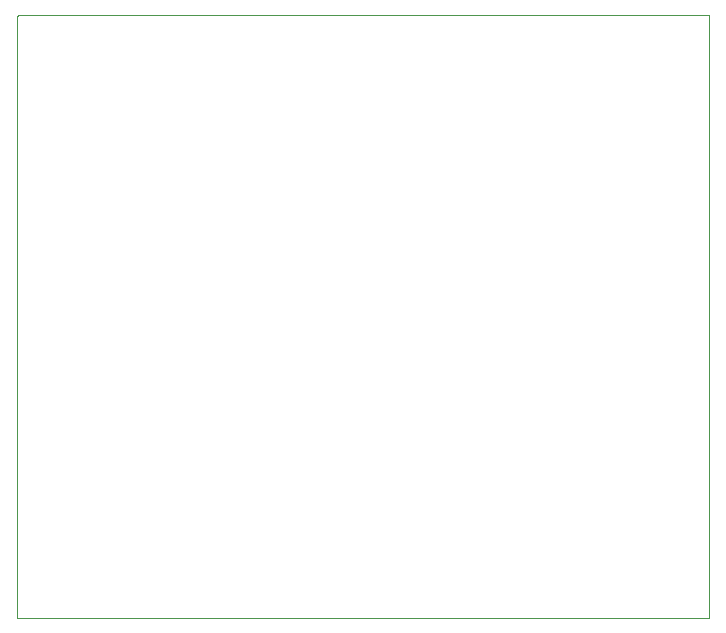
<source format=gbr>
G04*
G04 #@! TF.GenerationSoftware,Altium Limited,Altium Designer,23.5.1 (21)*
G04*
G04 Layer_Color=0*
%FSLAX44Y44*%
%MOMM*%
G71*
G04*
G04 #@! TF.SameCoordinates,400D6350-3BAC-4576-97D5-205421131FC2*
G04*
G04*
G04 #@! TF.FilePolarity,Positive*
G04*
G01*
G75*
%ADD62C,0.0254*%
D62*
X0Y509270D02*
X1270Y510540D01*
X585470D01*
Y0D01*
X0D01*
Y509270D01*
M02*

</source>
